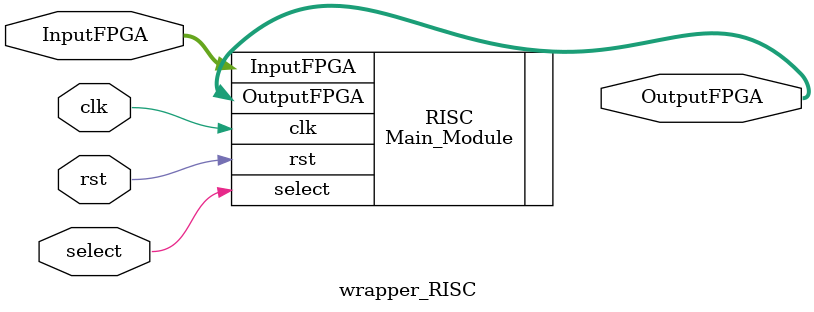
<source format=v>
`timescale 1ns / 1ps

module wrapper_RISC(
input clk,
input rst,
input select,
input [9:0] InputFPGA,
output [15:0] OutputFPGA
    );
	 
Main_Module RISC(.clk(clk),.rst(rst),.select(select), .InputFPGA(InputFPGA), .OutputFPGA(OutputFPGA));

endmodule

</source>
